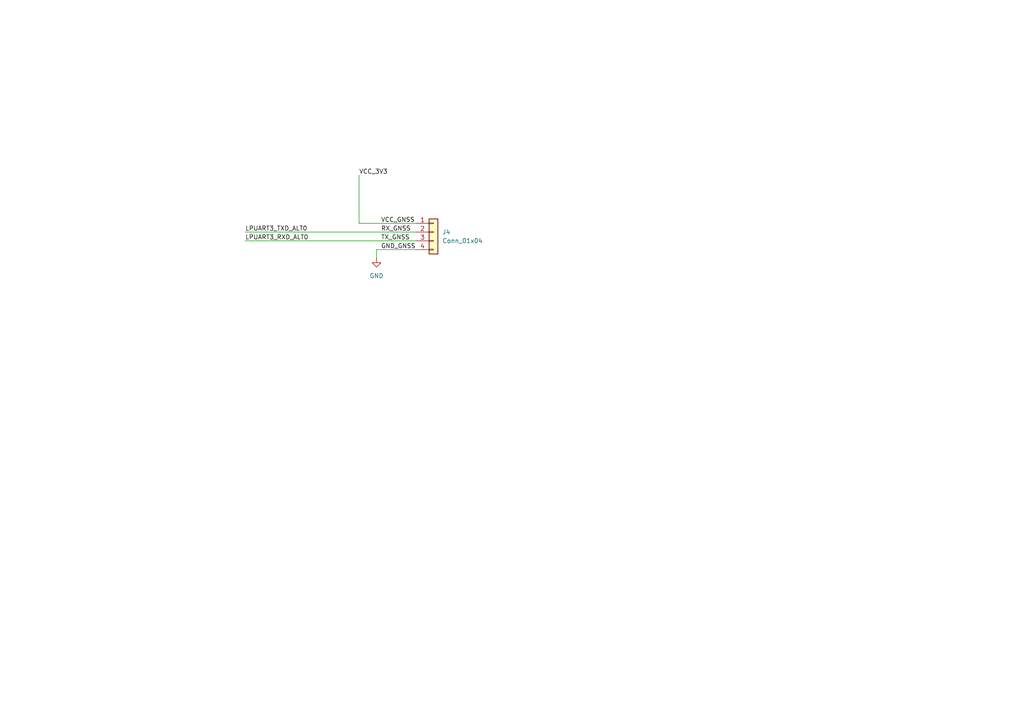
<source format=kicad_sch>
(kicad_sch (version 20231120) (generator "eeschema") (generator_version "8.0")
  (paper "A4")
  (lib_symbols
    (symbol "Connector_Generic:Conn_01x04" (pin_names (offset 1.016) hide)
      (property "Reference" "J" (at 0 5.08 0))
      (property "Value" "Conn_01x04" (at 0 -7.62 0))
      (symbol "Conn_01x04_1_1"
        (rectangle (start -1.27 -4.953) (end 0 -5.207) (stroke (width 0.1524)))
        (rectangle (start -1.27 -2.413) (end 0 -2.667) (stroke (width 0.1524)))
        (rectangle (start -1.27 0.127) (end 0 -0.127) (stroke (width 0.1524)))
        (rectangle (start -1.27 2.667) (end 0 2.413) (stroke (width 0.1524)))
        (rectangle (start -1.27 3.81) (end 1.27 -6.35) (stroke (width 0.254)) (fill (type background)))
        (pin passive line (at -5.08 2.54 0) (length 3.81) (name "Pin_1") (number "1"))
        (pin passive line (at -5.08 0 0) (length 3.81) (name "Pin_2") (number "2"))
        (pin passive line (at -5.08 -2.54 0) (length 3.81) (name "Pin_3") (number "3"))
        (pin passive line (at -5.08 -5.08 0) (length 3.81) (name "Pin_4") (number "4"))
      )
    )
    (symbol "power:GND" (power) (pin_numbers hide) (pin_names (offset 0) hide)
      (property "Value" "GND" (at 0 -3.81 0))
      (symbol "GND_0_1"
        (polyline (pts (xy 0 0) (xy 0 -1.27) (xy 1.27 -1.27) (xy 0 -2.54) (xy -1.27 -1.27) (xy 0 -1.27)))
      )
      (symbol "GND_1_1"
        (pin power_in line (at 0 0 270) (length 0) (name "~") (number "1"))
      )
    )
  )
  (wire (pts (xy 71.12 67.31) (xy 120.65 67.31)))
  (wire (pts (xy 104.14 50.8) (xy 104.14 64.77)))
  (wire (pts (xy 104.14 64.77) (xy 120.65 64.77)))
  (wire (pts (xy 109.22 74.93) (xy 109.22 72.39)))
  (wire (pts (xy 71.12 69.85) (xy 120.65 69.85)))
  (wire (pts (xy 109.22 72.39) (xy 120.65 72.39)))
  (label "LPUART3_RXD_ALT0" (at 71.12 69.85 0))
  (label "TX_GNSS" (at 110.49 69.85 0))
  (label "VCC_3V3" (at 104.14 50.8 0))
  (label "GND_GNSS" (at 110.49 72.39 0))
  (label "VCC_GNSS" (at 110.49 64.77 0))
  (label "LPUART3_TXD_ALT0" (at 71.12 67.31 0))
  (label "RX_GNSS" (at 110.49 67.31 0))
  (symbol (lib_id "Connector_Generic:Conn_01x04") (at 125.73 67.31 0) (unit 1)
    (property "Reference" "J4" (at 128.27 67.3099 0) (effects (justify left)))
    (property "Value" "Conn_01x04" (at 128.27 69.8499 0) (effects (justify left)))
    (property "Description" "Generic connector, single row, 01x04, script generated (kicad-library-utils/schlib/autogen/connector/)" (effects (hide yes)))
  )
  (symbol (lib_id "power:GND") (at 109.22 74.93 0) (unit 1)
    (property "Reference" "#PWR035" (effects (hide yes)))
    (property "Value" "GND" (at 109.22 80.01 0))
    (property "Description" "Power symbol creates a global label with name \"GND\" , ground" (effects (hide yes)))
  )
)
</source>
